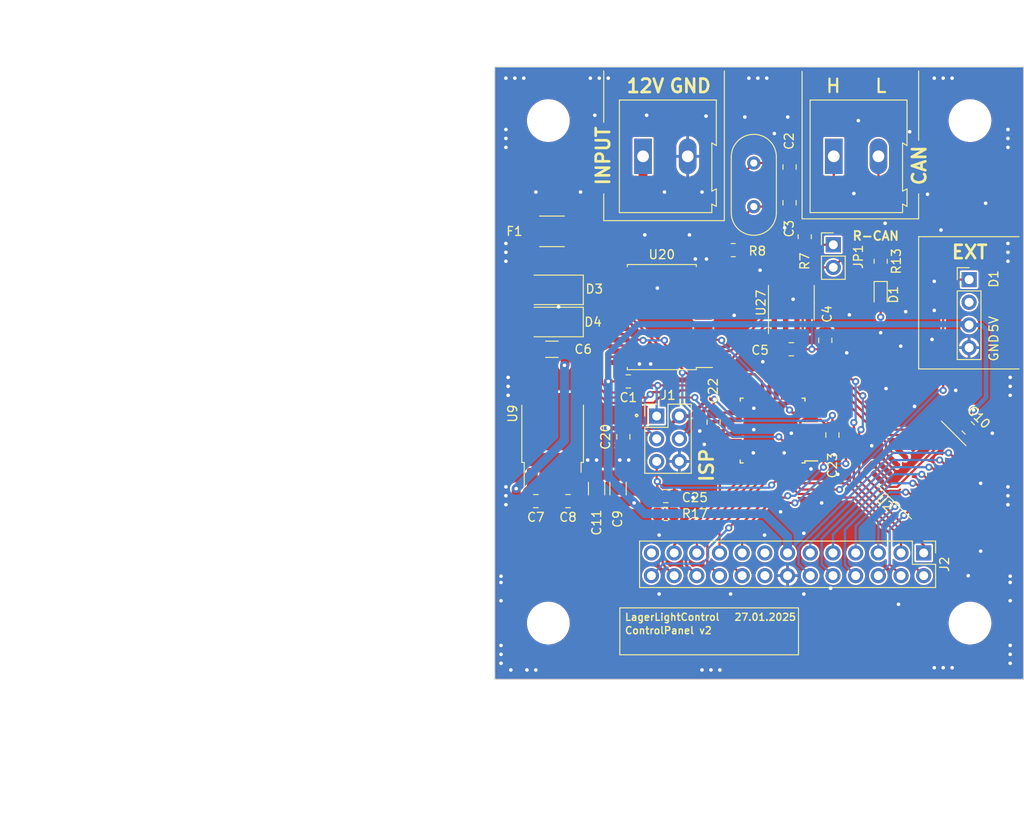
<source format=kicad_pcb>
(kicad_pcb (version 20221018) (generator pcbnew)
  (layers (0 "F.Cu" signal) (31 "B.Cu" signal) (34 "B.Paste" user) (35 "F.Paste" user) (36 "B.SilkS" user "B.Silkscreen") (37 "F.SilkS" user "F.Silkscreen") (38 "B.Mask" user) (39 "F.Mask" user) (44 "Edge.Cuts" user))
  (net 0 "")
  (net 1 "GND")
  (net 2 "/RESET")
  (net 3 "+5V")
  (net 4 "+12P")
  (net 5 "Net-(D1-K)")
  (net 6 "Net-(JP1-A)")
  (net 7 "/PB0")
  (net 8 "/PB1")
  (net 9 "/UART_RX")
  (net 10 "/UART_TX")
  (net 11 "/PD2")
  (net 12 "/CANL")
  (net 13 "/PD0")
  (net 14 "Net-(J2-Pin_5)")
  (net 15 "Net-(J2-Pin_6)")
  (net 16 "Net-(J2-Pin_7)")
  (net 17 "Net-(J2-Pin_8)")
  (net 18 "Net-(J2-Pin_9)")
  (net 19 "/INT")
  (net 20 "Net-(J2-Pin_10)")
  (net 21 "Net-(J2-Pin_11)")
  (net 22 "Net-(J2-Pin_12)")
  (net 24 "/CS")
  (net 25 "/MOSI")
  (net 26 "/MISO")
  (net 27 "/SCK")
  (net 29 "/PB7")
  (net 30 "/PD4")
  (net 31 "/PC5")
  (net 32 "/PC4")
  (net 33 "/PC3")
  (net 34 "/CANH")
  (net 35 "/CAN_TX")
  (net 36 "/CAN_RX")
  (net 37 "/PC2")
  (net 38 "/PC1")
  (net 39 "/PC0")
  (net 41 "/OSC2")
  (net 42 "/OSC1")
  (net 46 "Net-(C2-Pad2)")
  (net 48 "/PD7")
  (net 55 "/PD6")
  (net 56 "/PD5")
  (net 57 "/CLK")
  (net 58 "Net-(D3-A)")
  (net 59 "Net-(U1-Pin_1)")
  (footprint "Capacitor_SMD:C_0805_2012Metric" (layer "F.Cu") (at 150 106.6 180)
    (fp_text reference "C8")
    (fp_text value "0.1u")
  )
  (footprint "MountingHole:MountingHole_4.3mm_M4" (layer "F.Cu") (at 147.8 64)
    (fp_text reference "H2" hide)
    (fp_text value "MountingHole")
  )
  (footprint "Package_SO:SOIC-18W_7.5x11.6mm_P1.27mm" (layer "F.Cu") (at 160.5 86 180)
    (fp_text reference "U20")
    (fp_text value "MCP2515-xSO")
  )
  (footprint "Capacitor_SMD:C_0805_2012Metric" (layer "F.Cu") (at 174.8 69.2 -90)
    (fp_text reference "C2")
    (fp_text value "20p")
  )
  (footprint "Capacitor_SMD:C_0805_2012Metric" (layer "F.Cu") (at 179.6 99.2 -90)
    (fp_text reference "C23")
    (fp_text value "0.1u")
  )
  (footprint "Resistor_SMD:R_0805_2012Metric" (layer "F.Cu") (at 160.95 108.0375)
    (fp_text reference "R17")
    (fp_text value "10k")
  )
  (footprint "Capacitor_SMD:C_0805_2012Metric" (layer "F.Cu") (at 146.4 106.6)
    (fp_text reference "C7")
    (fp_text value "0.1u")
  )
  (footprint "Capacitor_SMD:C_1206_3216Metric" (layer "F.Cu") (at 148.2 89.6)
    (fp_text reference "C6")
    (fp_text value "22u")
  )
  (footprint "Diode_SMD:D_SMA" (layer "F.Cu") (at 148.2 86.55 180)
    (fp_text reference "D4")
    (fp_text value "D_TVS")
  )
  (footprint "Connector_PinHeader_2.54mm:PinHeader_2x03_P2.54mm_Vertical" (layer "F.Cu") (at 159.925 97.075)
    (fp_text reference "J1")
    (fp_text value "Conn_02x03_Odd_Even")
  )
  (footprint "Fuse:Fuse_1812_4532Metric" (layer "F.Cu") (at 148.2 76.4 180)
    (fp_text reference "F1")
    (fp_text value "Fuse")
  )
  (footprint "Package_TO_SOT_SMD:TO-252-2" (layer "F.Cu") (at 148.28 98.96 90)
    (fp_text reference "U9")
    (fp_text value "L78M05ABDT")
  )
  (footprint "Connector_PinHeader_2.54mm:PinHeader_1x04_P2.54mm_Vertical" (layer "F.Cu") (at 194.9 81.8)
    (fp_text reference "J8" hide)
    (fp_text value "Conn_01x04")
  )
  (footprint "Capacitor_SMD:C_0805_2012Metric" (layer "F.Cu") (at 156.75 93.2)
    (fp_text reference "C1")
    (fp_text value "0.1u")
  )
  (footprint "LED_SMD:LED_0603_1608Metric" (layer "F.Cu") (at 185 83.5 -90)
    (fp_text reference "D1")
    (fp_text value "LED")
  )
  (footprint "Capacitor_SMD:C_1206_3216Metric" (layer "F.Cu") (at 153.2 105.2 -90)
    (fp_text reference "C11")
    (fp_text value "47u")
  )
  (footprint "Diode_SMD:D_SMA" (layer "F.Cu") (at 148.2 82.95 180)
    (fp_text reference "D3")
    (fp_text value "738-5052")
  )
  (footprint "TerminalBlock:TerminalBlock_Altech_AK300-2_P5.00mm" (layer "F.Cu") (at 179.75 68)
    (fp_text reference "U19" hide)
    (fp_text value "Screw_Terminal_01x02")
  )
  (footprint "Capacitor_SMD:C_0805_2012Metric" (layer "F.Cu") (at 160.95 106.0375)
    (fp_text reference "C25")
    (fp_text value "1u")
  )
  (footprint "Connector_PinHeader_2.54mm:PinHeader_2x13_P2.54mm_Vertical" (layer "F.Cu") (at 189.82 112.4 -90)
    (fp_text reference "J2")
    (fp_text value "Conn_02x03_Odd_Even")
  )
  (footprint "Resistor_SMD:R_0805_2012Metric" (layer "F.Cu") (at 176.5 77 -90)
    (fp_text reference "R7")
    (fp_text value "120")
  )
  (footprint "Capacitor_SMD:C_0805_2012Metric" (layer "F.Cu") (at 166.3 97.75 -90)
    (fp_text reference "C22")
    (fp_text value "0.1u")
  )
  (footprint "Capacitor_SMD:C_0805_2012Metric" (layer "F.Cu") (at 175 89.6 180)
    (fp_text reference "C5")
    (fp_text value "0.1u")
  )
  (footprint "MountingHole:MountingHole_4.3mm_M4" (layer "F.Cu") (at 195 64)
    (fp_text reference "H4" hide)
    (fp_text value "MountingHole")
  )
  (footprint "Package_SO:SO-16_3.9x9.9mm_P1.27mm" (layer "F.Cu") (at 189.6 102.6 135)
    (fp_text reference "U2")
    (fp_text value "74HC595")
  )
  (footprint "Package_QFP:TQFP-32_7x7mm_P0.8mm" (layer "F.Cu") (at 172.9 98.7 180)
    (fp_text reference "U15" hide)
    (fp_text value "ATmega88PA-A")
  )
  (footprint "Resistor_SMD:R_0805_2012Metric" (layer "F.Cu") (at 185 79.75 90)
    (fp_text reference "R13")
    (fp_text value "470")
  )
  (footprint "Capacitor_SMD:C_1206_3216Metric" (layer "F.Cu") (at 155.6 105.2 -90)
    (fp_text reference "C9")
    (fp_text value "47u")
  )
  (footprint "Capacitor_SMD:C_0805_2012Metric" (layer "F.Cu") (at 178.8 88.6 -90)
    (fp_text reference "C4")
    (fp_text value "10u")
  )
  (footprint "Capacitor_SMD:C_0805_2012Metric" (layer "F.Cu") (at 156.2 99.4 90)
    (fp_text reference "C20")
    (fp_text value "10u")
  )
  (footprint "Crystal:Crystal_HC49-U_Vertical" (layer "F.Cu") (at 170.8 68.75 -90)
    (fp_text reference "U25" hide)
    (fp_text value "8MHz")
  )
  (footprint "Package_SO:SOIC-8_3.9x4.9mm_P1.27mm" (layer "F.Cu") (at 175 84.4 90)
    (fp_text reference "U27")
    (fp_text value "TJA1051T")
  )
  (footprint "Connector_PinHeader_2.54mm:PinHeader_1x02_P2.54mm_Vertical" (layer "F.Cu") (at 179.7 77.9)
    (fp_text reference "JP1")
    (fp_text value "Jumper_2_Open")
  )
  (footprint "Resistor_SMD:R_0805_2012Metric" (layer "F.Cu") (at 168.5 78.5)
    (fp_text reference "R8")
    (fp_text value "1M")
  )
  (footprint "MountingHole:MountingHole_4.3mm_M4" (layer "F.Cu") (at 195 120.25)
    (fp_text reference "H1" hide)
    (fp_text value "MountingHole")
  )
  (footprint "Capacitor_SMD:C_0805_2012Metric" (layer "F.Cu") (at 194.8 98.4 -45)
    (fp_text reference "C10")
    (fp_text value "0.1u")
  )
  (footprint "Capacitor_SMD:C_0805_2012Metric" (layer "F.Cu") (at 174.8 73.2 90)
    (fp_text reference "C3")
    (fp_text value "20p")
  )
  (footprint "TerminalBlock:TerminalBlock_Altech_AK300-2_P5.00mm" (layer "F.Cu") (at 158.4 68)
    (fp_text reference "U1" hide)
    (fp_text value "Screw_Terminal_01x02")
  )
  (footprint "MountingHole:MountingHole_4.3mm_M4" (layer "F.Cu") (at 147.8 120.25)
    (fp_text reference "H3" hide)
    (fp_text value "MountingHole")
  )
  (gr_line (start 154 72.2) (end 154 75.2) (stroke (width 0.12)) (layer "F.SilkS"))
  (gr_line (start 189.25 77) (end 189.25 91.8) (stroke (width 0.12)) (layer "F.SilkS"))
  (gr_line (start 175.8 123.8) (end 155.8 123.8) (stroke (width 0.12)) (layer "F.SilkS"))
  (gr_line (start 189.25 75) (end 189.25 72.2) (stroke (width 0.12)) (layer "F.SilkS"))
  (gr_line (start 154 64.2) (end 154 58.45) (stroke (width 0.12)) (layer "F.SilkS"))
  (gr_line (start 175.8 118.55) (end 175.8 123.8) (stroke (width 0.12)) (layer "F.SilkS"))
  (gr_line (start 189.25 66.2) (end 189.25 58.45) (stroke (width 0.12)) (layer "F.SilkS"))
  (gr_line (start 176.2 75) (end 189.25 75) (stroke (width 0.12)) (layer "F.SilkS"))
  (gr_line (start 176.2 58.5) (end 176.2 75) (stroke (width 0.12)) (layer "F.SilkS"))
  (gr_line (start 155.8 118.55) (end 175.8 118.55) (stroke (width 0.12)) (layer "F.SilkS"))
  (gr_line (start 155.8 123.8) (end 155.8 118.55) (stroke (width 0.12)) (layer "F.SilkS"))
  (gr_line (start 189.25 91.8) (end 200.5 91.8) (stroke (width 0.12)) (layer "F.SilkS"))
  (gr_line (start 189.25 77) (end 200.5 77) (stroke (width 0.12)) (layer "F.SilkS"))
  (gr_line (start 167.5 75.2) (end 154 75.2) (stroke (width 0.12)) (layer "F.SilkS"))
  (gr_line (start 167.5 58.45) (end 167.5 75.2) (stroke (width 0.12)) (layer "F.SilkS"))
  (gr_line (start 201 58) (end 201 126.55) (stroke (width 0.1)) (layer "Edge.Cuts"))
  (gr_line (start 141.8 58) (end 201 58) (stroke (width 0.1)) (layer "Edge.Cuts"))
  (gr_line (start 141.8 126.55) (end 141.8 58) (stroke (width 0.1)) (layer "Edge.Cuts"))
  (gr_line (start 201 126.55) (end 141.8 126.55) (stroke (width 0.1)) (layer "Edge.Cuts"))
  (gr_text "5V" (at 198.25 87.8 90) (layer "F.SilkS") (effects (font (size 1 1)) (justify left bottom)))
  (gr_text "GND" (at 198.25 91.05 90) (layer "F.SilkS") (effects (font (size 1 1)) (justify left bottom)))
  (gr_text "EXT" (at 192.8 79.6) (layer "F.SilkS") (effects (font (size 1.5 1.5) (thickness 0.3) bold) (justify left bottom)))
  (gr_text "R-CAN" (at 181.75 77.5) (layer "F.SilkS") (effects (font (size 1 1) (thickness 0.2) bold) (justify left bottom)))
  (gr_text "LagerLightControl" (at 156.3 120.05) (layer "F.SilkS") (effects (font (size 0.8 0.8)) (justify left bottom)))
  (gr_text "H" (at 178.75 61) (layer "F.SilkS") (effects (font (size 1.5 1.5) (thickness 0.25) bold) (justify left bottom)))
  (gr_text "CAN" (at 190.2 71.4 90) (layer "F.SilkS") (effects (font (size 1.5 1.5) (thickness 0.3) bold) (justify left bottom)))
  (gr_text "L" (at 184.25 61) (layer "F.SilkS") (effects (font (size 1.5 1.5) (thickness 0.25) bold) (justify left bottom)))
  (gr_text "12V" (at 156.4 61) (layer "F.SilkS") (effects (font (size 1.5 1.5) (thickness 0.3) bold) (justify left bottom)))
  (gr_text "GND" (at 161.2 61) (layer "F.SilkS") (effects (font (size 1.5 1.5) (thickness 0.3) bold) (justify left bottom)))
  (gr_text "ControlPanel v2" (at 156.3 121.55) (layer "F.SilkS") (effects (font (size 0.8 0.8)) (justify left bottom)))
  (gr_text "27.01.2025" (at 168.55 120.05) (layer "F.SilkS") (effects (font (size 0.8 0.8)) (justify left bottom)))
  (gr_text "°" (at 157.2 98) (layer "F.SilkS") (effects (font (size 1 1)) (justify left bottom)))
  (gr_text "D1" (at 198.25 82.8 90) (layer "F.SilkS") (effects (font (size 1 1)) (justify left bottom)))
  (gr_text "INPUT" (at 154.8 71.4 90) (layer "F.SilkS") (effects (font (size 1.5 1.5) (thickness 0.3) bold) (justify left bottom)))
  (gr_text "ISP" (at 166.4 104.6 90) (layer "F.SilkS") (effects (font (size 1.5 1.5) (thickness 0.3) bold) (justify left bottom)))
  (segment (start 174.365 89.285) (end 174.05 89.6) (width 0.25) (layer "F.Cu") (net 1))
  (segment (start 174.365 86.875) (end 174.365 89.285) (width 0.25) (layer "F.Cu") (net 1))
  (segment (start 178.415747 98.615747) (end 178.415747 99.534253) (width 0.25) (layer "F.Cu") (net 1))
  (segment (start 177.15 98.3) (end 178.1 98.3) (width 0.25) (layer "F.Cu") (net 1))
  (segment (start 178.415747 99.534253) (end 178.05 99.9) (width 0.25) (layer "F.Cu") (net 1))
  (segment (start 146.2 86.55) (end 147 86.55) (width 0.7) (layer "F.Cu") (net 1))
  (segment (start 178.05 99.9) (end 177.15 99.9) (width 0.25) (layer "F.Cu") (net 1))
  (segment (start 178.1 98.3) (end 178.415747 98.615747) (width 0.25) (layer "F.Cu") (net 1))
  (via (at 196.2 104.6) (size 0.8) (drill 0.4) (layers "F.Cu" "B.Cu") (net 1))
  (via (at 143.05 107) (size 0.8) (drill 0.4) (layers "F.Cu" "B.Cu") (net 1))
  (via (at 143.05 105) (size 0.8) (drill 0.4) (layers "F.Cu" "B.Cu") (net 1))
  (via (at 164.25 79.5) (size 0.8) (drill 0.4) (layers "F.Cu" "B.Cu") (net 1))
  (via (at 144.05 59.25) (size 0.8) (drill 0.4) (layers "F.Cu" "B.Cu") (net 1))
  (via (at 199.25 78.75) (size 0.8) (drill 0.4) (layers "F.Cu" "B.Cu") (net 1))
  (via (at 142.5 115.7) (size 0.8) (drill 0.4) (layers "F.Cu" "B.Cu") (net 1))
  (via (at 146.4 125.5) (size 0.8) (drill 0.4) (layers "F.Cu" "B.Cu") (net 1))
  (via (at 170.8 96.2) (size 0.8) (drill 0.4) (layers "F.Cu" "B.Cu") (net 1))
  (via (at 167 125.5) (size 0.8) (drill 0.4) (layers "F.Cu" "B.Cu") (net 1))
  (via (at 199.25 79.75) (size 0.8) (drill 0.4) (layers "F.Cu" "B.Cu") (net 1))
  (via (at 182 72.164319) (size 0.8) (drill 0.4) (layers "F.Cu" "B.Cu") (net 1))
  (via (at 171.5 80.75) (size 0.8) (drill 0.4) (layers "F.Cu" "B.Cu") (net 1))
  (via (at 185 87.75) (size 0.8) (drill 0.4) (layers "F.Cu" "B.Cu") (net 1))
  (via (at 170.8 98.6) (size 0.8) (drill 0.4) (layers "F.Cu" "B.Cu") (net 1))
  (via (at 199.5 92.75) (size 0.8) (drill 0.4) (layers "F.Cu" "B.Cu") (net 1))
  (via (at 142.5 117.75) (size 0.8) (drill 0.4) (layers "F.Cu" "B.Cu") (net 1))
  (via (at 158 91.25) (size 0.8) (drill 0.4) (layers "F.Cu" "B.Cu") (net 1))
  (via (at 165 125.5) (size 0.8) (drill 0.4) (layers "F.Cu" "B.Cu") (net 1))
  (via (at 191.75 76.25) (size 0.8) (drill 0.4) (layers "F.Cu" "B.Cu") (net 1))
  (via (at 153.5 59.25) (size 0.8) (drill 0.4) (layers "F.Cu" "B.Cu") (net 1))
  (via (at 181.2 90) (size 0.8) (drill 0.4) (layers "F.Cu" "B.Cu") (net 1))
  (via (at 143.05 77.75) (size 0.8) (drill 0.4) (layers "F.Cu" "B.Cu") (net 1))
  (via (at 156.8 102) (size 0.8) (drill 0.4) (layers "F.Cu" "B.Cu") (net 1))
  (via (at 199.25 106) (size 0.8) (drill 0.4) (layers "F.Cu" "B.Cu") (net 1))
  (via (at 199.5 122.75) (size 0.8) (drill 0.4) (layers "F.Cu" "B.Cu") (net 1))
  (via (at 143.05 67) (size 0.8) (drill 0.4) (layers "F.Cu" "B.Cu") (net 1))
  (via (at 143.05 79.75) (size 0.8) (drill 0.4) (layers "F.Cu" "B.Cu") (net 1))
  (via (at 174.25 76) (size 0.8) (drill 0.4) (layers "F.Cu" "B.Cu") (net 1))
  (via (at 199.25 105) (size 0.8) (drill 0.4) (layers "F.Cu" "B.Cu") (net 1))
  (via (at 143.05 106) (size 0.8) (drill 0.4) (layers "F.Cu" "B.Cu") (net 1))
  (via (at 143.3 93.75) (size 0.8) (drill 0.4) (layers "F.Cu" "B.Cu") (net 1))
  (via (at 181.5 85.75) (size 0.8) (drill 0.4) (layers "F.Cu" "B.Cu") (net 1))
  (via (at 199.25 107) (size 0.8) (drill 0.4) (layers "F.Cu" "B.Cu") (net 1))
  (via (at 176.4 117) (size 0.8) (drill 0.4) (layers "F.Cu" "B.Cu") (net 1))
  (via (at 155.8 102) (size 0.8) (drill 0.4) (layers "F.Cu" "B.Cu") (net 1))
  (via (at 187 118.15) (size 0.8) (drill 0.4) (layers "F.Cu" "B.Cu") (net 1))
  (via (at 178.4 106.8) (size 0.8) (drill 0.4) (layers "F.Cu" "B.Cu") (net 1))
  (via (at 174.6 63.6) (size 0.8) (drill 0.4) (layers "F.Cu" "B.Cu") (net 1))
  (via (at 158.8 63.4) (size 0.8) (drill 0.4) (layers "F.Cu" "B.Cu") (net 1))
  (via (at 199.5 123.75) (size 0.8) (drill 0.4) (layers "F.Cu" "B.Cu") (net 1))
  (via (at 165.5 79.5) (size 0.8) (drill 0.4) (layers "F.Cu" "B.Cu") (net 1))
  (via (at 188.789319 95.989319) (size 0.8) (drill 0.4) (layers "F.Cu" "B.Cu") (net 1))
  (via (at 143.05 59.25) (size 0.8) (drill 0.4) (layers "F.Cu" "B.Cu") (net 1))
  (via (at 153.2 102) (size 0.8) (drill 0.4) (layers "F.Cu" "B.Cu") (net 1))
  (via (at 164 106.2) (size 0.8) (drill 0.4) (layers "F.Cu" "B.Cu") (net 1))
  (via (at 179.4 116.35) (size 0.8) (drill 0.4) (layers "F.Cu" "B.Cu") (net 1))
  (via (at 143.6 125.5) (size 0.8) (drill 0.4) (layers "F.Cu" "B.Cu") (net 1))
  (via (at 199.25 66) (size 0.8) (drill 0.4) (layers "F.Cu" "B.Cu") (net 1))
  (via (at 153 63.4) (size 0.8) (drill 0.4) (layers "F.Cu" "B.Cu") (net 1))
  (via (at 143.3 94.75) (size 0.8) (drill 0.4) (layers "F.Cu" "B.Cu") (net 1))
  (via (at 199.25 77.75) (size 0.8) (drill 0.4) (layers "F.Cu" "B.Cu") (net 1))
  (via (at 199.25 67) (size 0.8) (drill 0.4) (layers "F.Cu" "B.Cu") (net 1))
  (via (at 145.05 59.25) (size 0.8) (drill 0.4) (layers "F.Cu" "B.Cu") (net 1))
  (via (at 191 125.25) (size 0.8) (drill 0.4) (layers "F.Cu" "B.Cu") (net 1))
  (via (at 185.5 75.5) (size 0.8) (drill 0.4) (layers "F.Cu" "B.Cu") (net 1))
  (via (at 143.3 92.75) (size 0.8) (drill 0.4) (layers "F.Cu" "B.Cu") (net 1))
  (via (at 174.2 101.2) (size 0.8) (drill 0.4) (layers "F.Cu" "B.Cu") (net 1))
  (via (at 143.05 65) (size 0.8) (drill 0.4) (layers "F.Cu" "B.Cu") (net 1))
  (via (at 163.6 76.8) (size 0.8) (drill 0.4) (layers "F.Cu" "B.Cu") (net 1))
  (via (at 152.5 59.25) (size 0.8) (drill 0.4) (layers "F.Cu" "B.Cu") (net 1))
  (via (at 194.8 114.95) (size 0.8) (drill 0.4) (layers "F.Cu" "B.Cu") (net 1))
  (via (at 152.2 102) (size 0.8) (drill 0.4) (layers "F.Cu" "B.Cu") (net 1))
  (via (at 171.8 91) (size 0.8) (drill 0.4) (layers "F.Cu" "B.Cu") (net 1))
  (via (at 159.25 91.25) (size 0.8) (drill 0.4) (layers "F.Cu" "B.Cu") (net 1))
  (via (at 184 100.4) (size 0.8) (drill 0.4) (layers "F.Cu" "B.Cu") (net 1))
  (via (at 197.5 99) (size 0.8) (drill 0.4) (layers "F.Cu" "B.Cu") (net 1))
  (via (at 191 85.25) (size 0.8) (drill 0.4) (layers "F.Cu" "B.Cu") (net 1))
  (via (at 145.4 125.5) (size 0.8) (drill 0.4) (layers "F.Cu" "B.Cu") (net 1))
  (via (at 176.4 110.2) (size 0.8) (drill 0.4) (layers "F.Cu" "B.Cu") (net 1))
  (via (at 142.5 115) (size 0.8) (drill 0.4) (layers "F.Cu" "B.Cu") (net 1))
  (via (at 199.5 115) (size 0.8) (drill 0.4) (layers "F.Cu" "B.Cu") (net 1))
  (via (at 154.5 59.25) (size 0.8) (drill 0.4) (layers "F.Cu" "B.Cu") (net 1))
  (via (at 192 59.25) (size 0.8) (drill 0.4) (layers "F.Cu" "B.Cu") (net 1))
  (via (at 193.4 94.2) (size 0.8) (drill 0.4) (layers "F.Cu" "B.Cu") (net 1))
  (via (at 166 125.5) (size 0.8) (drill 0.4) (layers "F.Cu" "B.Cu") (net 1))
  (via (at 173.1 65.45) (size 0.8) (drill 0.4) (layers "F.Cu" "B.Cu") (net 1))
  (via (at 196.75 73.25) (size 0.8) (drill 0.4) (layers "F.Cu" "B.Cu") (net 1))
  (via (at 165.25 100.25) (size 0.8) (drill 0.4) (layers "F.Cu" "B.Cu") (net 1))
  (via (at 185.6 94) (size 0.8) (drill 0.4) (layers "F.Cu" "B.Cu") (net 1))
  (via (at 199.5 94.75) (size 0.8) (drill 0.4) (layers "F.Cu" "B.Cu") (net 1))
  (via (at 143.05 78.75) (size 0.8) (drill 0.4) (layers "F.Cu" "B.Cu") (net 1))
  (via (at 142.5 124.75) (size 0.8) (drill 0.4) (layers "F.Cu" "B.Cu") (net 1))
  (via (at 187.25 89.25) (size 0.8) (drill 0.4) (layers "F.Cu" "B.Cu") (net 1))
  (via (at 168.2 117) (size 0.8) (drill 0.4) (layers "F.Cu" "B.Cu") (net 1))
  (via (at 175 99) (size 0.8) (drill 0.4) (layers "F.Cu" "B.Cu") (net 1))
  (via (at 160.8 72) (size 0.8) (drill 0.4) (layers "F.Cu" "B.Cu") (net 1))
  (via (at 190.75 88.5) (size 0.8) (drill 0.4) (layers "F.Cu" "B.Cu") (net 1))
  (via (at 170.25 59.25) (size 0.8) (drill 0.4) (layers "F.Cu" "B.Cu") (net 1))
  (via (at 169.8 63.6) (size 0.8) (drill 0.4) (layers "F.Cu" "B.Cu") (net 1))
  (via (at 175.2 84) (size 0.8) (drill 0.4) (layers "F.Cu" "B.Cu") (net 1))
  (via (at 160.2 117) (size 0.8) (drill 0.4) (layers "F.Cu" "B.Cu") (net 1))
  (via (at 168.6 85.8) (size 0.8) (drill 0.4) (layers "F.Cu" "B.Cu") (net 1))
  (via (at 199.5 124.75) (size 0.8) (drill 0.4) (layers "F.Cu" "B.Cu") (net 1))
  (via (at 199.5 117.75) (size 0.8) (drill 0.4) (layers "F.Cu" "B.Cu") (net 1))
  (via (at 190.25 72.25) (size 0.8) (drill 0.4) (layers "F.Cu" "B.Cu") (net 1))
  (via (at 179.8 101.4) (size 0.8) (drill 0.4) (layers "F.Cu" "B.Cu") (net 1))
  (via (at 164.75 98.75) (size 0.8) (drill 0.4) (layers "F.Cu" "B.Cu") (net 1))
  (via (at 151.4 72) (size 0.8) (drill 0.4) (layers "F.Cu" "B.Cu") (net 1))
  (via (at 160.2 110.4) (size 0.8) (drill 0.4) (layers "F.Cu" "B.Cu") (net 1))
  (via (at 143.05 66) (size 0.8) (drill 0.4) (layers "F.Cu" "B.Cu") (net 1))
  (via (at 170.75 101.2) (size 0.8) (drill 0.4) (layers "F.Cu" "B.Cu") (net 1))
  (via (at 199.5 93.75) (size 0.8) (drill 0.4) (layers "F.Cu" "B.Cu") (net 1))
  (via (at 165.45 63.5) (size 0.8) (drill 0.4) (layers "F.Cu" "B.Cu") (net 1))
  (via (at 193 59.25) (size 0.8) (drill 0.4) (layers "F.Cu" "B.Cu") (net 1))
  (via (at 199.5 115.7) (size 0.8) (drill 0.4) (layers "F.Cu" "B.Cu") (net 1))
  (via (at 146.4 72) (size 0.8) (drill 0.4) (layers "F.Cu" "B.Cu") (net 1))
  (via (at 172.25 59.25) (size 0.8) (drill 0.4) (layers "F.Cu" "B.Cu") (net 1))
  (via (at 173.8 107.8) (size 0.8) (drill 0.4) (layers "F.Cu" "B.Cu") (net 1))
  (via (at 180.2 103.6) (size 0.8) (drill 0.4) (layers "F.Cu" "B.Cu") (net 1))
  (via (at 165 72) (size 0.8) (drill 0.4) (layers "F.Cu" "B.Cu") (net 1))
  (via (at 158.6 76.8) (size 0.8) (drill 0.4) (layers "F.Cu" "B.Cu") (net 1))
  (via (at 192 125.25) (size 0.8) (drill 0.4) (layers "F.Cu" "B.Cu") (net 1))
  (via (at 196.2 112.2) (size 0.8) (drill 0.4) (layers "F.Cu" "B.Cu") (net 1))
  (via (at 160 82.75) (size 0.8) (drill 0.4) (layers "F.Cu" "B.Cu") (net 1))
  (via (at 148.95 84.85) (size 0.8) (drill 0.4) (layers "F.Cu" "B.Cu") (net 1))
  (via (at 187.8 85.4) (size 0.8) (drill 0.4) (layers "F.Cu" "B.Cu") (net 1))
  (via (at 142.5 123.75) (size 0.8) (drill 0.4) (layers "F.Cu" "B.Cu") (net 1))
  (via (at 188.25 65.25) (size 0.8) (drill 0.4) (layers "F.Cu" "B.Cu") (net 1))
  (via (at 171.25 59.25) (size 0.8) (drill 0.4) (layers "F.Cu" "B.Cu") (net 1))
  (via (at 191 59.25) (size 0.8) (drill 0.4) (layers "F.Cu" "B.Cu") (net 1))
  (via (at 199.25 65) (size 0.8) (drill 0.4) (layers "F.Cu" "B.Cu") (net 1))
  (via (at 191 82) (size 0.8) (drill 0.4) (layers "F.Cu" "B.Cu") (net 1))
  (via (at 193 125.25) (size 0.8) (drill 0.4) (layers "F.Cu" "B.Cu") (net 1))
  (via (at 177.2 103) (size 0.8) (drill 0.4) (layers "F.Cu" "B.Cu") (net 1))
  (via (at 172 110.4) (size 0.8) (drill 0.4) (layers "F.Cu" "B.Cu") (net 1))
  (via (at 182.5 64) (size 0.8) (drill 0.4) (layers "F.Cu" "B.Cu") (net 1))
  (via (at 142.5 122.75) (size 0.8) (drill 0.4) (layers "F.Cu" "B.Cu") (net 1))
  (segment (start 161.8625 107.9) (end 161.8625 108.0375) (width 0.25) (layer "F.Cu") (net 2))
  (segment (start 159.925 102.155) (end 159.925 104.325) (width 0.25) (layer "F.Cu") (net 2))
  (segment (start 173.3 104.3) (end 172.8 104.8) (width 0.25) (layer "F.Cu") (net 2))
  (segment (start 160 106.0375) (end 161.8625 107.9) (width 0.25) (layer "F.Cu") (net 2))
  (segment (start 159.925 104.325) (end 160 104.4) (width 0.25) (layer "F.Cu") (net 2))
  (segment (start 173.3 102.95) (end 173.3 104.3) (width 0.25) (layer "F.Cu") (net 2))
  (segment (start 160 104.4) (end 160 106.0375) (width 0.25) (layer "F.Cu") (net 2))
  (via (at 160 104.4) (size 0.8) (drill 0.4) (layers "F.Cu" "B.Cu") (net 2))
  (via (at 172.8 104.8) (size 0.8) (drill 0.4) (layers "F.Cu" "B.Cu") (net 2))
  (segment (start 160 104.4) (end 160.7 105.1) (width 0.25) (layer "B.Cu") (net 2))
  (segment (start 172.5 105.1) (end 172.8 104.8) (width 0.25) (layer "B.Cu") (net 2))
  (segment (start 160.7 105.1) (end 172.5 105.1) (width 0.25) (layer "B.Cu") (net 2))
  (segment (start 179.6 98.25) (end 179.05 98.25) (width 0.25) (layer "F.Cu") (net 3))
  (segment (start 154.55 98.45) (end 154.5 98.4) (width 0.5) (layer "F.Cu") (net 3))
  (segment (start 154.68 91.08) (end 155.85 91.08) (width 0.25) (layer "F.Cu") (net 3))
  (segment (start 175.635 86.875) (end 175.635 89.285) (width 0.25) (layer "F.Cu") (net 3))
  (segment (start 179.05 98.25) (end 178.3 97.5) (width 0.25) (layer "F.Cu") (net 3))
  (segment (start 191.628249 100.138121) (end 191.628249 100.228249) (width 0.25) (layer "F.Cu") (net 3))
  (segment (start 153.2 106.675) (end 155.6 106.675) (width 1) (layer "F.Cu") (net 3))
  (segment (start 156.2 98.45) (end 156.212 98.438) (width 0.4) (layer "F.Cu") (net 3))
  (segment (start 190.024264 98.534136) (end 191.628249 100.138121) (width 0.25) (layer "F.Cu") (net 3))
  (segment (start 185.71382 105) (end 186.856498 105) (width 0.25) (layer "F.Cu") (net 3))
  (segment (start 176 98.8) (end 176.3 99.1) (width 0.25) (layer "F.Cu") (net 3))
  (segment (start 166.3 95.3) (end 166.4 95.2) (width 0.25) (layer "F.Cu") (net 3))
  (segment (start 150.95 106.6) (end 152 106.6) (width 1) (layer "F.Cu") (net 3))
  (segment (start 178.75 89.6) (end 178.8 89.55) (width 0.25) (layer "F.Cu") (net 3))
  (segment (start 166.3 96.8) (end 166.4 96.7) (width 0.25) (layer "F.Cu") (net 3))
  (segment (start 154.4 90) (end 154.4 90.8) (width 0.25) (layer "F.Cu") (net 3))
  (segment (start 194.128249 97.728249) (end 195.4 96.456498) (width 0.25) (layer "F.Cu") (net 3))
  (segment (start 155.85 93.15) (end 155.8 93.2) (width 0.25) (layer "F.Cu") (net 3))
  (segment (start 157.275 106.675) (end 157.4 106.8) (width 1) (layer "F.Cu") (net 3))
  (segment (start 177.3 89.6) (end 178.75 89.6) (width 0.25) (layer "F.Cu") (net 3))
  (segment (start 178.3 97.5) (end 177.15 97.5) (width 0.25) (layer "F.Cu") (net 3))
  (segment (start 154.59 89.81) (end 154.4 90) (width 0.25) (layer "F.Cu") (net 3))
  (segment (start 156.212 98.438) (end 161.102 98.438) (width 0.4) (layer "F.Cu") (net 3))
  (segment (start 158.6375 108.0375) (end 157.4 106.8) (width 0.25) (layer "F.Cu") (net 3))
  (segment (start 154.4 90.8) (end 154.68 91.08) (width 0.25) (layer "F.Cu") (net 3))
  (segment (start 177.15 97.5) (end 176.3 97.5) (width 0.25) (layer "F.Cu") (net 3))
  (segment (start 184.63611 103.92229) (end 185.71382 105) (width 0.25) (layer "F.Cu") (net 3))
  (segment (start 185 84.375) (end 185 86) (width 0.25) (layer "F.Cu") (net 3))
  (segment (start 186.856498 105) (end 191.628249 100.228249) (width 0.25) (layer "F.Cu") (net 3))
  (segment (start 150.56 104) (end 150.56 105.21) (width 1) (layer "F.Cu") (net 3))
  (segment (start 176 97.8) (end 176 98.8) (width 0.25) (layer "F.Cu") (net 3))
  (segment (start 165.6 95.2) (end 166.4 95.2) (width 0.4) (layer "F.Cu") (net 3))
  (segment (start 166.3 96.8) (end 166.3 95.3) (width 0.25) (layer "F.Cu") (net 3))
  (segment (start 195.4 96.456498) (end 195.4 96.4) (width 0.25) (layer "F.Cu") (net 3))
  (segment (start 162.465 97.075) (end 163.725 97.075) (width 0.4) (layer "F.Cu") (net 3))
  (segment (start 152 106.6) (end 152.075 106.675) (width 1) (layer "F.Cu") (net 3))
  (segment (start 179.6 98.25) (end 179.6 97) (width 0.25) (layer "F.Cu") (net 3))
  (segment (start 150.95 105.6) (end 150.95 106.6) (width 1) (layer "F.Cu") (net 3))
  (segment (start 176.3 99.1) (end 177.15 99.1) (width 0.25) (layer "F.Cu") (net 3))
  (segment (start 175.635 89.285) (end 175.95 89.6) (width 0.25) (layer "F.Cu") (net 3))
  (segment (start 152.075 106.675) (end 153.2 106.675) (width 1) (layer "F.Cu") (net 3))
  (segment (start 155.85 91.08) (end 155.85 93.15) (width 0.25) (layer "F.Cu") (net 3))
  (segment (start 154.5 93.2) (end 155.8 93.2) (width 0.25) (layer "F.Cu") (net 3))
  (segment (start 155.85 89.81) (end 154.59 89.81) (width 0.25) (layer "F.Cu") (net 3))
  (segment (start 191.628249 100.228249) (end 194.128249 97.728249) (width 0.25) (layer "F.Cu") (net 3))
  (segment (start 155.6 106.675) (end 157.275 106.675) (width 1) (layer "F.Cu") (net 3))
  (segment (start 160.0375 108.0375) (end 158.6375 108.0375) (width 0.25) (layer "F.Cu") (net 3))
  (segment (start 177.3 89.6) (end 175.95 89.6) (width 0.25) (layer "F.Cu") (net 3))
  (segment (start 163.725 97.075) (end 165.6 95.2) (width 0.4) (layer "F.Cu") (net 3))
  (segment (start 176.3 97.5) (end 176 97.8) (width 0.25) (layer "F.Cu") (net 3))
  (segment (start 150.56 105.21) (end 150.95 105.6) (width 1) (layer "F.Cu") (net 3))
  (segment (start 161.102 98.438) (end 162.465 97.075) (width 0.4) (layer "F.Cu") (net 3))
  (segment (start 156.2 98.45) (end 154.55 98.45) (width 0.5) (layer "F.Cu") (net 3))
  (segment (start 166.4 96.7) (end 168.65 96.7) (width 0.25) (layer "F.Cu") (net 3))
  (via (at 195.4 96.4) (size 0.8) (drill 0.4) (layers "F.Cu" "B.Cu") (net 3))
  (via (at 154.5 93.2) (size 0.8) (drill 0.4) (layers "F.Cu" "B.Cu") (net 3))
  (via (at 154.5 98.4) (size 0.8) (drill 0.4) (layers "F.Cu" "B.Cu") (net 3))
  (via (at 185 86) (size 0.8) (drill 0.4) (layers "F.Cu" "B.Cu") (net 3))
  (via (at 177.3 89.6) (size 0.8) (drill 0.4) (layers "F.Cu" "B.Cu") (net 3))
  (via (at 157.4 106.8) (size 0.8) (drill 0.4) (layers "F.Cu" "B.Cu") (net 3))
  (via (at 179.6 97) (size 0.8) (drill 0.4) (layers "F.Cu" "B.Cu") (net 3))
  (via (at 166.4 95.2) (size 0.8) (drill 0.4) (layers "F.Cu" "B.Cu") (net 3))
  (segment (start 185 86) (end 185 86.8) (width 0.25) (layer "B.Cu") (net 3))
  (segment (start 166.4 95.2) (end 168.8 97.6) (width 0.25) (layer "B.Cu") (net 3))
  (segment (start 194.82 86.8) (end 194.9 86.88) (width 0.7) (layer "B.Cu") (net 3))
  (segment (start 177.3 86.9) (end 177.4 86.8) (width 0.25) (layer "B.Cu") (net 3))
  (segment (start 174.58 110.58) (end 174.58 112.4) (width 1) (layer "B.Cu") (net 3))
  (segment (start 168.8 97.6) (end 179 97.6) (width 0.25) (layer "B.Cu") (net 3))
  (segment (start 194.9 86.88) (end 196.28 86.88) (width 0.5) (layer "B.Cu") (net 3))
  (segment (start 185 86.8) (end 177.4 86.8) (width 0.7) (layer "B.Cu") (net 3))
  (segment (start 154.5 93.2) (end 154.5 98.4) (width 1) (layer "B.Cu") (net 3))
  (segment (start 157.8 86.8) (end 177.4 86.8) (width 0.7) (layer "B.Cu") (net 3))
  (segment (start 179 97.6) (end 179.6 97) (width 0.25) (layer "B.Cu") (net 3))
  (segment (start 196.28 86.88) (end 196.8 87.4) (width 0.5) (layer "B.Cu") (net 3))
  (segment (start 177.3 89.6) (end 177.3 86.9) (width 0.25) (layer "B.Cu") (net 3))
  (segment (start 158.6 108) (end 172 108) (width 1) (layer "B.Cu") (net 3))
  (segment (start 154.5 93.2) (end 154.5 90.1) (width 0.7) (layer "B.Cu") (net 3))
  (segment (start 158.6 108) (end 154.5 103.9) (width 1) (layer "B.Cu") (net 3))
  (segment (start 172 108) (end 174.58 110.58) (width 1) (layer "B.Cu") (net 3))
  (segment (start 185 86.8) (end 194.82 86.8) (width 0.7) (layer "B.Cu") (net 3))
  (segment (start 196.8 87.4) (end 196.8 95) (width 0.5) (layer "B.Cu") (net 3))
  (segment (start 154.5 103.9) (end 154.5 98.4) (width 1) (layer "B.Cu") (net 3))
  (segment (start 196.8 95) (end 195.4 96.4) (width 0.5) (layer "B.Cu") (net 3))
  (segment (start 154.5 90.1) (end 157.8 86.8) (width 0.7) (layer "B.Cu") (net 3))
  (segment (start 150.2 82.95) (end 150.227 82.977) (width 1.5) (layer "F.Cu") (net 4))
  (segment (start 146 105) (end 145.45 105.55) (width 1) (layer "F.Cu") (net 4))
  (segment (start 149.675 88.125) (end 149.675 89.6) (width 0.7) (layer "F.Cu") (net 4))
  (segment (start 150.2 86.55) (end 150.2 87.6) (width 0.7) (layer "F.Cu") (net 4))
  (segment (start 144.2 106.2) (end 144.6 106.6) (width 1) (layer "F.Cu") (net 4))
  (segment (start 149.675 89.6) (end 149.675 91.325) (width 1) (layer "F.Cu") (net 4))
  (segment (start 150.2 87.6) (end 149.675 88.125) (width 0.7) (layer "F.Cu") (net 4))
  (segment (start 145.45 105.55) (end 145.45 106.6) (width 1) (layer "F.Cu") (net 4))
  (segment (start 150.227 86.523) (end 150.2 86.55) (width 1.5) (layer "F.Cu") (net 4))
  (segment (start 146 104) (end 146 105) (width 1) (layer "F.Cu") (net 4))
  (segment (start 144.2 105.2) (end 144.2 106.2) (width 1) (layer "F.Cu") (net 4))
  (segment (start 149.675 91.325) (end 149.6 91.4) (width 1) (layer "F.Cu") (net 4))
  (segment (start 150.227 82.977) (end 150.227 86.523) (width 1.5) (layer "F.Cu") (net 4))
  (segment (start 144.6 106.6) (end 145.45 106.6) (width 1) (layer "F.Cu") (net 4))
  (via (at 144.2 105.2) (size 0.8) (drill 0.4) (layers "F.Cu" "B.Cu") (net 4))
  (via (at 149.6 91.4) (size 0.8) (drill 0.4) (layers "F.Cu" "B.Cu") (net 4))
  (segment (start 149.6 99.8) (end 144.2 105.2) (width 1) (layer "B.Cu") (net 4))
  (segment (start 149.6 91.4) (end 149.6 99.8) (width 1) (layer "B.Cu") (net 4))
  (segment (start 185 82.625) (end 185 80.6625) (width 0.25) (layer "F.Cu") (net 5))
  (segment (start 177.05625 77.9) (end 177.04375 77.9125) (width 0.25) (layer "F.Cu") (net 6))
  (segment (start 179.7 77.9) (end 177.05625 77.9) (width 0.25) (layer "F.Cu") (net 6))
  (segment (start 177.04375 77.9125) (end 176.5 77.9125) (width 0.25) (layer "F.Cu") (net 6))
  (segment (start 182.6 98.8) (end 182.8 98.6) (width 0.25) (layer "F.Cu") (net 7))
  (segment (start 174.7 92) (end 180 92) (width 0.25) (layer "F.Cu") (net 7))
  (segment (start 182.8 94.8) (end 183 94.8) (width 0.25) (layer "F.Cu") (net 7))
  (segment (start 173.3 94.45) (end 173.3 93.4) (width 0.25) (layer "F.Cu") (net 7))
  (segment (start 173.3 93.4) (end 174.7 92) (width 0.25) (layer "F.Cu") (net 7))
  (segment (start 182.6 104.321361) (end 182.6 98.8) (width 0.25) (layer "F.Cu") (net 7))
  (segment (start 180 92) (end 182.8 94.8) (width 0.25) (layer "F.Cu") (net 7))
  (segment (start 189.82 111.541361) (end 182.6 104.321361) (width 0.25) (layer "F.Cu") (net 7))
  (segment (start 189.82 112.4) (end 189.82 111.541361) (width 0.25) (layer "F.Cu") (net 7))
  (via (at 182.8 98.6) (size 0.8) (drill 0.4) (layers "F.Cu" "B.Cu") (net 7))
  (via (at 183 94.8) (size 0.8) (drill 0.4) (layers "F.Cu" "B.Cu") (net 7))
  (segment (start 182.8 98.6) (end 183 98.4) (width 0.25) (layer "B.Cu") (net 7))
  (segment (start 183 98.4) (end 183 94.8) (width 0.25) (layer "B.Cu") (net 7))
  (segment (start 174.5 91.4) (end 180.2 91.4) (width 0.25) (layer "F.Cu") (net 8))
  (segment (start 189.82 114.94) (end 188.6 113.72) (width 0.25) (layer "F.Cu") (net 8))
  (segment (start 172.5 93.4) (end 174.5 91.4) (width 0.25) (layer "F.Cu") (net 8))
  (segment (start 188.6 111.2) (end 182 104.6) (width 0.25) (layer "F.Cu") (net 8))
  (segment (start 172.5 94.45) (end 172.5 93.4) (width 0.25) (layer "F.Cu") (net 8))
  (segment (start 182 104.6) (end 182 97.8) (width 0.25) (layer "F.Cu") (net 8))
  (segment (start 182 93.2) (end 182.2 93.2) (width 0.25) (layer "F.Cu") (net 8))
  (segment (start 180.2 91.4) (end 182 93.2) (width 0.25) (layer "F.Cu") (net 8))
  (segment (start 188.6 113.72) (end 188.6 111.2) (width 0.25) (layer "F.Cu") (net 8))
  (via (at 182 97.8) (size 0.8) (drill 0.4) (layers "F.Cu" "B.Cu") (net 8))
  (via (at 182.2 93.2) (size 0.8) (drill 0.4) (layers "F.Cu" "B.Cu") (net 8))
  (segment (start 182.2 97.6) (end 182.2 93.2) (width 0.25) (layer "B.Cu") (net 8))
  (segment (start 182 97.8) (end 182.2 97.6) (width 0.25) (layer "B.Cu") (net 8))
  (segment (start 174.9 104.1) (end 176.1 105.3) (width 0.25) (layer "F.Cu") (net 10))
  (segment (start 194.9 81.8) (end 193.8 81.8) (width 0.25) (layer "F.Cu") (net 10))
  (segment (start 176.1 105.3) (end 180.4 105.3) (width 0.25) (layer "F.Cu") (net 10))
  (segment (start 192 83.6) (end 192 94.2) (width 0.25) (layer "F.Cu") (net 10))
  (segment (start 193.8 81.8) (end 192 83.6) (width 0.25) (layer "F.Cu") (net 10))
  (segment (start 174.9 102.95) (end 174.9 104.1) (width 0.25) (layer "F.Cu") (net 10))
  (via (at 180.4 105.3) (size 0.8) (drill 0.4) (layers "F.Cu" "B.Cu") (net 10))
  (via (at 192 94.2) (size 0.8) (drill 0.4) (layers "F.Cu" "B.Cu") (net 10))
  (segment (start 192 94.2) (end 191.5 94.2) (width 0.25) (layer "B.Cu") (net 10))
  (segment (start 191.5 94.2) (end 180.4 105.3) (width 0.25) (layer "B.Cu") (net 10))
  (segment (start 187.28 112.4) (end 187.28 110.68) (width 0.25) (layer "F.Cu") (net 11))
  (segment (start 176.2 104.6) (end 175.7 104.1) (width 0.25) (layer "F.Cu") (net 11))
  (segment (start 187.28 110.68) (end 181.2 104.6) (width 0.25) (layer "F.Cu") (net 11))
  (segment (start 175.7 104.1) (end 175.7 102.95) (width 0.25) (layer "F.Cu") (net 11))
  (segment (start 181.2 104.6) (end 176.2 104.6) (width 0.25) (layer "F.Cu") (net 11))
  (segment (start 179.7 80.44) (end 175.96 80.44) (width 0.25) (layer "F.Cu") (net 12))
  (segment (start 175.96 80.44) (end 175.635 80.765) (width 0.25) (layer "F.Cu") (net 12))
  (segment (start 175.635 80.765) (end 175.635 81.925) (width 0.25) (layer "F.Cu") (net 12))
  (segment (start 184.75 75.39) (end 179.7 80.44) (width 0.25) (layer "F.Cu") (net 12))
  (segment (start 184.75 68) (end 184.75 75.39) (width 0.25) (layer "F.Cu") (net 12))
  (segment (start 182 106.2) (end 180.2 106.2) (width 0.25) (layer "F.Cu") (net 13))
  (segment (start 174.1 104.1) (end 174.1 102.95) (width 0.25) (layer "F.Cu") (net 13))
  (segment (start 173.4 105.6) (end 174.5 104.5) (width 0.25) (layer "F.Cu") (net 13))
  (segment (start 180.2 106.2) (end 179.8 105.8) (width 0.25) (layer "F.Cu") (net 13))
  (segment (start 186 110.2) (end 182 106.2) (width 0.25) (layer "F.Cu") (net 13))
  (segment (start 175.8 105.8) (end 174.5 104.5) (width 0.25) (layer "F.Cu") (net 13))
  (segment (start 174.5 104.5) (end 174.1 104.1) (width 0.25) (layer "F.Cu") (net 13))
  (segment (start 186 113.66) (end 186 110.2) (width 0.25) (layer "F.Cu") (net 13))
  (segment (start 179.8 105.8) (end 175.8 105.8) (width 0.25) (layer "F.Cu") (net 13))
  (segment (start 187.28 114.94) (end 186 113.66) (width 0.25) (layer "F.Cu") (net 13))
  (segment (start 172 105.6) (end 173.4 105.6) (width 0.25) (layer "F.Cu") (net 13))
  (segment (start 168 109.6) (end 172 105.6) (width 0.25) (layer "F.Cu") (net 13))
  (via (at 168 109.6) (size 0.8) (drill 0.4) (layers "F.Cu" "B.Cu") (net 13))
  (segment (start 165.689232 112.910768) (end 165.689232 111.910768) (width 0.25) (layer "B.Cu") (net 13))
  (segment (start 160.68 113.6) (end 165 113.6) (width 0.25) (layer "B.Cu") (net 13))
  (segment (start 165 113.6) (end 165.689232 112.910768) (width 0.25) (layer "B.Cu") (net 13))
  (segment (start 165.689232 111.910768) (end 168 109.6) (width 0.25) (layer "B.Cu") (net 13))
  (segment (start 159.34 114.94) (end 160.68 113.6) (width 0.25) (layer "B.Cu") (net 13))
  (segment (start 183.2 103) (end 183.2 103.8) (width 0.25) (layer "F.Cu") (net 14))
  (segment (start 184 102.2) (end 183.2 103) (width 0.25) (layer "F.Cu") (net 14))
  (segment (start 183.2 103.8) (end 186.6 107.2) (width 0.25) (layer "F.Cu") (net 14))
  (segment (start 184.709872 102.2) (end 184 102.2) (width 0.25) (layer "F.Cu") (net 14))
  (segment (start 185.534136 103.024264) (end 184.709872 102.2) (width 0.25) (layer "F.Cu") (net 14))
  (via (at 186.6 107.2) (size 0.8) (drill 0.4) (layers "F.Cu" "B.Cu") (net 14))
  (segment (start 184.74 112.4) (end 184.74 109.06) (width 0.25) (layer "B.Cu") (net 14))
  (segment (start 184.74 109.06) (end 186.6 107.2) (width 0.25) (layer "B.Cu") (net 14))
  (segment (start 188.27771 107.56389) (end 187.6416 108.2) (width 0.25) (layer "F.Cu") (net 15))
  (segment (start 187.6416 108.2) (end 187.6 108.2) (width 0.25) (layer "F.Cu") (net 15))
  (via (at 187.6 108.2) (size 0.8) (drill 0.4) (layers "F.Cu" "B.Cu") (net 15))
  (segment (start 186 109.8) (end 187.6 108.2) (width 0.25) (layer "B.Cu") (net 15))
  (segment (start 186 113.68) (end 186 109.8) (width 0.25) (layer "B.Cu") (net 15))
  (segment (start 184.74 114.94) (end 186 113.68) (width 0.25) (layer "B.Cu") (net 15))
  (segment (start 188.109872 105.6) (end 189.175736 106.665864) (width 0.25) (layer "F.Cu") (net 16))
  (segment (start 187.8 105.6) (end 188.109872 105.6) (width 0.25) (layer "F.Cu") (net 16))
  (via (at 187.8 105.6) (size 0.8) (drill 0.4) (layers "F.Cu" "B.Cu") (net 16))
  (segment (start 182.2 112.4) (end 182.2 109.4) (width 0.25) (layer "B.Cu") (net 16))
  (segment (start 186 105.6) (end 187.8 105.6) (width 0.25) (layer "B.Cu") (net 16))
  (segment (start 182.2 109.4) (end 186 105.6) (width 0.25) (layer "B.Cu") (net 16))
  (segment (start 190.073762 105.767838) (end 188.905924 104.6) (width 0.25) (layer "F.Cu") (net 17))
  (segment (start 188.905924 104.6) (end 188.6 104.6) (width 0.25) (layer "F.Cu") (net 17))
  (via (at 188.6 104.6) (size 0.8) (drill 0.4) (layers "F.Cu" "B.Cu") (net 17))
  (segment (start 181 109.8) (end 186.2 104.6) (width 0.25) (layer "B.Cu") (net 17))
  (segment (start 182.2 114.94) (end 181 113.74) (width 0.25) (layer "B.Cu") (net 17))
  (segment (start 181 113.74) (end 181 109.8) (width 0.25) (layer "B.Cu") (net 17))
  (segment (start 186.2 104.6) (end 188.6 104.6) (width 0.25) (layer "B.Cu") (net 17))
  (segment (start 189.701974 103.6) (end 189.6 103.6) (width 0.25) (layer "F.Cu") (net 18))
  (segment (start 190.971787 104.869813) (end 189.701974 103.6) (width 0.25) (layer "F.Cu") (net 18))
  (via (at 189.6 103.6) (size 0.8) (drill 0.4) (layers "F.Cu" "B.Cu") (net 18))
  (segment (start 179.66 112.4) (end 179.66 110.34) (width 0.25) (layer "B.Cu") (net 18))
  (segment (start 179.66 110.34) (end 186.4 103.6) (width 0.25) (layer "B.Cu") (net 18))
  (segment (start 186.4 103.6) (end 189.6 103.6) (width 0.25) (layer "B.Cu") (net 18))
  (segment (start 154.4 95.6) (end 159.6 95.6) (width 0.25) (layer "F.Cu") (net 19))
  (segment (start 155.85 83.46) (end 154.54 83.46) (width 0.25) (layer "F.Cu") (net 19))
  (segment (start 152.6 85.4) (end 152.6 93.8) (width 0.25) (layer "F.Cu") (net 19))
  (segment (start 173.6 99.4) (end 175.7 101.5) (width 0.25) (layer "F.Cu") (net 19))
  (segment (start 152.6 93.8) (end 154.4 95.6) (width 0.25) (layer "F.Cu") (net 19))
  (segment (start 160.2 95) (end 164.2 95) (width 0.25) (layer "F.Cu") (net 19))
  (segment (start 159.6 95.6) (end 160.2 95) (width 0.25) (layer "F.Cu") (net 19))
  (segment (start 175.7 101.5) (end 177.15 101.5) (width 0.25) (layer "F.Cu") (net 19))
  (segment (start 154.54 83.46) (end 152.6 85.4) (width 0.25) (layer "F.Cu") (net 19))
  (via (at 173.6 99.4) (size 0.8) (drill 0.4) (layers "F.Cu" "B.Cu") (net 19))
  (via (at 164.2 95) (size 0.8) (drill 0.4) (layers "F.Cu" "B.Cu") (net 19))
  (segment (start 164.2 95.2) (end 164.2 95) (width 0.25) (layer "B.Cu") (net 19))
  (segment (start 173.6 99.4) (end 168.4 99.4) (width 0.25) (layer "B.Cu") (net 19))
  (segment (start 168.4 99.4) (end 164.2 95.2) (width 0.25) (layer "B.Cu") (net 19))
  (segment (start 190.698026 102.8) (end 190.4 102.8) (width 0.25) (layer "F.Cu") (net 20))
  (segment (start 191.869813 103.971787) (end 190.698026 102.8) (width 0.25) (layer "F.Cu") (net 20))
  (via (at 190.4 102.8) (size 0.8) (drill 0.4) (layers "F.Cu" "B.Cu") (net 20))
  (segment (start 186.4 102.8) (end 190.4 102.8) (width 0.25) (layer "B.Cu") (net 20))
  (segment (start 178.4 113.68) (end 178.4 110.8) (width 0.25) (layer "B.Cu") (net 20))
  (segment (start 179.66 114.94) (end 178.4 113.68) (width 0.25) (layer "B.Cu") (net 20))
  (segment (start 178.4 110.8) (end 186.4 102.8) (width 0.25) (layer "B.Cu") (net 20))
  (segment (start 191.694076 102) (end 191.6 102) (width 0.25) (layer "F.Cu") (net 21))
  (segment (start 192.767838 103.073762) (end 191.694076 102) (width 0.25) (layer "F.Cu") (net 21))
  (via (at 191.6 102) (size 0.8) (drill 0.4) (layers "F.Cu" "B.Cu") (net 21))
  (segment (start 177.12 111.28) (end 186.4 102) (width 0.25) (layer "B.Cu") (net 21))
  (segment (start 177.12 112.4) (end 177.12 111.28) (width 0.25) (layer "B.Cu") (net 21))
  (segment (start 186.4 102) (end 191.6 102) (width 0.25) (layer "B.Cu") (net 21))
  (segment (start 192.690128 101.2) (end 192.6 101.2) (width 0.25) (layer "F.Cu") (net 22))
  (segment (start 193.665864 102.175736) (end 192.690128 101.2) (width 0.25) (layer "F.Cu") (net 22))
  (via (at 192.6 101.2) (size 0.8) (drill 0.4) (layers "F.Cu" "B.Cu") (net 22))
  (segment (start 177.12 114.94) (end 175.8 113.62) (width 0.25) (layer "B.Cu") (net 22))
  (segment (start 186.4 101.2) (end 192.6 101.2) (width 0.25) (layer "B.Cu") (net 22))
  (segment (start 175.8 113.62) (end 175.8 111.8) (width 0.25) (layer "B.Cu") (net 22))
  (segment (start 175.8 111.8) (end 186.4 101.2) (width 0.25) (layer "B.Cu") (net 22))
  (segment (start 158.34 88.54) (end 158.4 88.6) (width 0.25) (layer "F.Cu") (net 24))
  (segment (start 164.2 92.4) (end 160.8 89) (width 0.25) (layer "F.Cu") (net 24))
  (segment (start 155.85 88.54) (end 158.34 88.54) (width 0.25) (layer "F.Cu") (net 24))
  (segment (start 171.7 94.45) (end 171.7 93.2) (width 0.25) (layer "F.Cu") (net 24))
  (segment (start 160.8 89) (end 160.8 88.6) (width 0.25) (layer "F.Cu") (net 24))
  (segment (start 170.9 92.4) (end 164.2 92.4) (width 0.25) (layer "F.Cu") (net 24))
  (segment (start 171.7 93.2) (end 170.9 92.4) (width 0.25) (layer "F.Cu") (net 24))
  (via (at 158.4 88.6) (size 0.8) (drill 0.4) (layers "F.Cu" "B.Cu") (net 24))
  (via (at 160.8 88.6) (size 0.8) (drill 0.4) (layers "F.Cu" "B.Cu") (net 24))
  (segment (start 158.4 88.6) (end 160.8 88.6) (width 0.25) (layer "B.Cu") (net 24))
  (segment (start 170.5 93) (end 164 93) (width 0.25) (layer "F.Cu") (net 25))
  (segment (start 162.8 91.8) (end 162.8 92.2) (width 0.25) (layer "F.Cu") (net 25))
  (segment (start 164 93) (end 163.2 92.2) (width 0.25) (layer "F.Cu") (net 25))
  (segment (start 157 86) (end 162.8 91.8) (width 0.25) (layer "F.Cu") (net 25))
  (segment (start 163.2 92.2) (end 162.8 92.2) (width 0.25) (layer "F.Cu") (net 25))
  (segment (start 170.9 93.4) (end 170.5 93) (width 0.25) (layer "F.Cu") (net 25))
  (segment (start 170.9 94.45) (end 170.9 93.4) (width 0.25) (layer "F.Cu") (net 25))
  (segment (start 155.85 86) (end 157 86) (width 0.25) (layer "F.Cu") (net 25))
  (via (at 162.8 92.2) (size 0.8) (drill 0.4) (layers "F.Cu" "B.Cu") (net 25))
  (segment (start 163.6 96.521361) (end 162.8 95.721361) (width 0.25) (layer "B.Cu") (net 25))
  (segment (start 162.8 95.721361) (end 162.8 92.2) (width 0.25) (layer "B.Cu") (net 25))
  (segment (start 163.6 98.48) (end 163.6 96.521361) (width 0.25) (layer "B.Cu") (net 25))
  (segment (start 162.465 99.615) (end 163.6 98.48) (width 0.25) (layer "B.Cu") (net 25))
  (segment (start 155.85 87.27) (end 154.53 87.27) (width 0.25) (layer "F.Cu") (net 26))
  (segment (start 154.827932 94.45) (end 158.35 94.45) (width 0.25) (layer "F.Cu") (net 26))
  (segment (start 158.35 94.45) (end 159.153115 93.646885) (width 0.25) (layer "F.Cu") (net 26))
  (segment (start 154.53 87.27) (end 153.8 88) (width 0.25) (layer "F.Cu") (net 26))
  (segment (start 153.8 93.422068) (end 154.827932 94.45) (width 0.25) (layer "F.Cu") (net 26))
  (segment (start 168.246885 93.646885) (end 160.046885 93.646885) (width 0.25) (layer "F.Cu") (net 26))
  (segment (start 159.153115 93.646885) (end 160.046885 93.646885) (width 0.25) (layer "F.Cu") (net 26))
  (segment (start 153.8 88) (end 153.8 93.422068) (width 0.25) (layer "F.Cu") (net 26))
  (segment (start 169.05 94.45) (end 168.246885 93.646885) (width 0.25) (layer "F.Cu") (net 26))
  (segment (start 170.1 94.45) (end 169.05 94.45) (width 0.25) (layer "F.Cu") (net 26))
  (via (at 160.046885 93.646885) (size 0.8) (drill 0.4) (layers "F.Cu" "B.Cu") (net 26))
  (segment (start 159.925 93.76877) (end 160.046885 93.646885) (width 0.25) (layer "B.Cu") (net 26))
  (segment (start 159.925 97.075) (end 159.925 93.76877) (width 0.25) (layer "B.Cu") (net 26))
  (segment (start 159.2 94.6515) (end 158.8515 95) (width 0.25) (layer "F.Cu") (net 27))
  (segment (start 154.6 95) (end 153.2 93.6) (width 0.25) (layer "F.Cu") (net 27))
  (segment (start 154.07 84.73) (end 155.85 84.73) (width 0.25) (layer "F.Cu") (net 27))
  (segment (start 153.2 85.6) (end 154.07 84.73) (width 0.25) (layer "F.Cu") (net 27))
  (segment (start 167.6 94.2) (end 168.65 95.25) (width 0.25) (layer "F.Cu") (net 27))
  (segment (start 159.2 94.6515) (end 159.4515 94.4) (width 0.25) (layer "F.Cu") (net 27))
  (segment (start 153.2 93.6) (end 153.2 85.6) (width 0.25) (layer "F.Cu") (net 27))
  (segment (start 162.6 94.2) (end 167.6 94.2) (width 0.25) (layer "F.Cu") (net 27))
  (segment (start 159.4515 94.4) (end 162.4 94.4) (width 0.25) (layer "F.Cu") (net 27))
  (segment (start 158.8515 95) (end 154.6 95) (width 0.25) (layer "F.Cu") (net 27))
  (segment (start 168.65 95.25) (end 168.65 95.9) (width 0.25) (layer "F.Cu") (net 27))
  (segment (start 162.4 94.4) (end 162.6 94.2) (width 0.25) (layer "F.Cu") (net 27))
  (via (at 159.2 94.6515) (size 0.8) (drill 0.4) (layers "F.Cu" "B.Cu") (net 27))
  (segment (start 159.2 94.6515) (end 158.6 95.2515) (width 0.25) (layer "B.Cu") (net 27))
  (segment (start 158.6 98.29) (end 159.925 99.615) (width 0.25) (layer "B.Cu") (net 27))
  (segment (start 158.6 95.2515) (end 158.6 98.29) (width 0.25) (layer "B.Cu") (net 27))
  (segment (start 172.6 106.8) (end 175.4 106.8) (width 0.25) (layer "F.Cu") (net 29))
  (segment (start 169.5 109.9) (end 172.6 106.8) (width 0.25) (layer "F.Cu") (net 29))
  (segment (start 181.1 96.3) (end 181.1 102.4) (width 0.25) (layer "F.Cu") (net 29))
  (segment (start 177.15 95.9) (end 180.7 95.9) (width 0.25) (layer "F.Cu") (net 29))
  (segment (start 169.5 112.4) (end 169.5 109.9) (width 0.25) (layer "F.Cu") (net 29))
  (segment (start 180.7 95.9) (end 181.1 96.3) (width 0.25) (layer "F.Cu") (net 29))
  (via (at 181.1 102.4) (size 0.8) (drill 0.4) (layers "F.Cu" "B.Cu") (net 29))
  (via (at 175.4 106.8) (size 0.8) (drill 0.4) (layers "F.Cu" "B.Cu") (net 29))
  (segment (start 175.6 106.8) (end 180 102.4) (width 0.25) (layer "B.Cu") (net 29))
  (segment (start 175.4 106.8) (end 175.6 106.8) (width 0.25) (layer "B.Cu") (net 29))
  (segment (start 180 102.4) (end 181.1 102.4) (width 0.25) (layer "B.Cu") (net 29))
  (segment (start 168.2 113.64) (end 168.2 110.4) (width 0.25) (layer "F.Cu") (net 30))
  (segment (start 178.6 101) (end 178.6 102.8) (width 0.25) (layer "F.Cu") (net 30))
  (segment (start 177.15 100.7) (end 178.3 100.7) (width 0.25) (layer "F.Cu") (net 30))
  (segment (start 174.4 106.2) (end 174.6 106) (width 0.25) (layer "F.Cu") (net 30))
  (segment (start 169.5 114.94) (end 168.2 113.64) (width 0.25) (layer "F.Cu") (net 30))
  (segment (start 172.4 106.2) (end 174.4 106.2) (width 0.25) (layer "F.Cu") (net 30))
  (segment (start 168.2 110.4) (end 172.4 106.2) (width 0.25) (layer "F.Cu") (net 30))
  (segment (start 178.3 100.7) (end 178.6 101) (width 0.25) (layer "F.Cu") (net 30))
  (via (at 178.6 102.8) (size 0.8) (drill 0.4) (layers "F.Cu" "B.Cu") (net 30))
  (via (at 174.6 106) (size 0.8) (drill 0.4) (layers "F.Cu" "B.Cu") (net 30))
  (segment (start 178.6 102.8) (end 175.4 106) (width 0.25) (layer "B.Cu") (net 30))
  (segment (start 175.4 106) (end 174.6 106) (width 0.25) (layer "B.Cu") (net 30))
  (segment (start 172.5 102.95) (end 172.5 104.1) (width 0.25) (layer "F.Cu") (net 31))
  (segment (start 172.5 104.1) (end 166.96 109.64) (width 0.25) (layer "F.Cu") (net 31))
  (segment (start 166.96 109.64) (end 166.96 112.4) (width 0.25) (layer "F.Cu") (net 31))
  (segment (start 171.7 102.95) (end 171.7 104.1) (width 0.25) (layer "F.Cu") (net 32))
  (segment (start 171.7 104.1) (end 165.6 110.2) (width 0.25) (layer "F.Cu") (net 32))
  (segment (start 165.6 113.58) (end 166.96 114.94) (width 0.25) (layer "F.Cu") (net 32))
  (segment (start 165.6 110.2) (end 165.6 113.58) (width 0.25) (layer "F.Cu") (net 32))
  (segment (start 164.42 110.58) (end 164.42 112.4) (width 0.25) (layer "F.Cu") (net 33))
  (segment (start 170.9 104.1) (end 164.42 110.58) (width 0.25) (layer "F.Cu") (net 33))
  (segment (start 170.9 102.95) (end 170.9 104.1) (width 0.25) (layer "F.Cu") (net 33))
  (segment (start 179.75 72.8375) (end 174.365 78.2225) (width 0.25) (layer "F.Cu") (net 34))
  (segment (start 174.365 78.2225) (end 174.365 81.925) (width 0.25) (layer "F.Cu") (net 34))
  (segment (start 179.75 68) (end 179.75 72.8375) (width 0.25) (layer "F.Cu") (net 34))
  (segment (start 173.095 86.875) (end 172.125 86.875) (width 0.25) (layer "F.Cu") (net 35))
  (segment (start 172.125 86.875) (end 167.92 91.08) (width 0.25) (layer "F.Cu") (net 35))
  (segment (start 167.92 91.08) (end 165.15 91.08) (width 0.25) (layer "F.Cu") (net 35))
  (segment (start 165.15 89.81) (end 168.19 89.81) (width 0.25) (layer "F.Cu") (net 36))
  (segment (start 168.19 89.81) (end 173 85) (width 0.25) (layer "F.Cu") (net 36))
  (segment (start 176.905 85.705) (end 176.905 86.875) (width 0.25) (layer "F.Cu") (net 36))
  (segment (start 176.2 85) (end 176.905 85.705) (width 0.25) (layer "F.Cu") (net 36))
  (segment (start 173 85) (end 176.2 85) (width 0.25) (layer "F.Cu") (net 36))
  (segment (start 163.2 113.72) (end 164.42 114.94) (width 0.25) (layer "F.Cu") (net 37))
  (segment (start 163.2 111) (end 163.2 113.72) (width 0.25) (layer "F.Cu") (net 37))
  (segment (start 170.1 104.1) (end 163.2 111) (width 0.25) (layer "F.Cu") (net 37))
  (segment (start 170.1 102.95) (end 170.1 104.1) (width 0.25) (layer "F.Cu") (net 37))
  (segment (start 161.88 111.52) (end 161.88 112.4) (width 0.25) (layer "F.Cu") (net 38))
  (segment (start 168.65 101.5) (end 168.65 104.75) (width 0.25) (layer "F.Cu") (net 38))
  (segment (start 168.65 104.75) (end 161.88 111.52) (width 0.25) (layer "F.Cu") (net 38))
  (segment (start 167.7 100.7) (end 167 101.4) (width 0.25) (layer "F.Cu") (net 39))
  (segment (start 167 101.4) (end 167 105.6) (width 0.25) (layer "F.Cu") (net 39))
  (segment (start 160.6 113.66) (end 161.88 114.94) (width 0.25) (layer "F.Cu") (net 39))
  (segment (start 167 105.6) (end 160.6 112) (width 0.25) (layer "F.Cu") (net 39))
  (segment (start 160.6 112) (end 160.6 113.66) (width 0.25) (layer "F.Cu") (net 39))
  (segment (start 168.65 100.7) (end 167.7 100.7) (width 0.25) (layer "F.Cu") (net 39))
  (segment (start 167.04 83.46) (end 169.5 81) (width 0.25) (layer "F.Cu") (net 41))
  (segment (start 169.5 74.93) (end 170.8 73.63) (width 0.25) (layer "F.Cu") (net 41))
  (segment (start 165.15 83.46) (end 167.04 83.46) (width 0.25) (layer "F.Cu") (net 41))
  (segment (start 170.8 73.63) (end 172.23 73.63) (width 0.25) (layer "F.Cu") (net 41))
  (segment (start 174.75 74.2) (end 174.8 74.15) (width 0.25) (layer "F.Cu") (net 41))
  (segment (start 169.5 81) (end 169.5 74.93) (width 0.25) (layer "F.Cu") (net 41))
  (segment (start 172.8 74.2) (end 174.75 74.2) (width 0.25) (layer "F.Cu") (net 41))
  (segment (start 172.23 73.63) (end 172.8 74.2) (width 0.25) (layer "F.Cu") (net 41))
  (segment (start 167.6 71.95) (end 170.8 68.75) (width 0.25) (layer "F.Cu") (net 42))
  (segment (start 165.15 82.19) (end 166.81 82.19) (width 0.25) (layer "F.Cu") (net 42))
  (segment (start 167.6 81.4) (end 167.6 71.95) (width 0.25) (layer "F.Cu") (net 42))
  (segment (start 173.25 68.25) (end 174.8 68.25) (width 0.25) (layer "F.Cu") (net 42))
  (segment (start 166.81 82.19) (end 167.6 81.4) (width 0.25) (layer "F.Cu") (net 42))
  (segment (start 172.75 68.75) (end 173.25 68.25) (width 0.25) (layer "F.Cu") (net 42))
  (segment (start 170.8 68.75) (end 172.75 68.75) (width 0.25) (layer "F.Cu") (net 42))
  (segment (start 174.8 72.25) (end 174.8 70.15) (width 0.25) (layer "F.Cu") (net 46))
  (segment (start 185.8 98.6) (end 188.294076 98.6) (width 0.25) (layer "F.Cu") (net 48))
  (segment (start 174.1 94.45) (end 174.1 93.5) (width 0.25) (layer "F.Cu") (net 48))
  (segment (start 188.294076 98.6) (end 189.126238 99.432162) (width 0.25) (layer "F.Cu") (net 48))
  (segment (start 179.8 92.6) (end 185.8 98.6) (width 0.25) (layer "F.Cu") (net 48))
  (segment (start 175 92.6) (end 179.8 92.6) (width 0.25) (layer "F.Cu") (net 48))
  (segment (start 174.1 93.5) (end 175 92.6) (width 0.25) (layer "F.Cu") (net 48))
  (segment (start 187.098026 99.2) (end 188.228213 100.330187) (width 0.25) (layer "F.Cu") (net 55))
  (segment (start 175.2 93.2) (end 179.6 93.2) (width 0.25) (layer "F.Cu") (net 55))
  (segment (start 174.9 93.5) (end 175.2 93.2) (width 0.25) (layer "F.Cu") (net 55))
  (segment (start 179.6 93.2) (end 185.6 99.2) (width 0.25) (layer "F.Cu") (net 55))
  (segment (start 185.6 99.2) (end 187.098026 99.2) (width 0.25) (layer "F.Cu") (net 55))
  (segment (start 174.9 94.45) (end 174.9 93.5) (width 0.25) (layer "F.Cu") (net 55))
  (segment (start 185.6 100) (end 179.4 93.8) (width 0.25) (layer "F.Cu") (net 56))
  (segment (start 185.6 101.294076) (end 185.6 100) (width 0.25) (layer "F.Cu") (net 56))
  (segment (start 179.4 93.8) (end 177.4 93.8) (width 0.25) (layer "F.Cu") (net 56))
  (segment (start 177.4 93.8) (end 176.75 94.45) (width 0.25) (layer "F.Cu") (net 56))
  (segment (start 176.75 94.45) (end 175.7 94.45) (width 0.25) (layer "F.Cu") (net 56))
  (segment (start 186.432162 102.126238) (end 185.6 101.294076) (width 0.25) (layer "F.Cu") (net 56))
  (segment (start 165.15 88.54) (end 167.14 88.54) (width 0.25) (layer "F.Cu") (net 57))
  (segment (start 167.14 88.54) (end 167.2 88.6) (width 0.25) (layer "F.Cu") (net 57))
  (segment (start 177.15 96.7) (end 175.1 96.7) (width 0.25) (layer "F.Cu") (net 57))
  (segment (start 175.1 96.7) (end 174.8 96.4) (width 0.25) (layer "F.Cu") (net 57))
  (via (at 174.8 96.4) (size 0.8) (drill 0.4) (layers "F.Cu" "B.Cu") (net 57))
  (via (at 167.2 88.6) (size 0.8) (drill 0.4) (layers "F.Cu" "B.Cu") (net 57))
  (segment (start 167.2 88.6) (end 167.2 88.8) (width 0.25) (layer "B.Cu") (net 57))
  (segment (start 167.2 88.8) (end 174.8 96.4) (width 0.25) (layer "B.Cu") (net 57))
  (segment (start 146.0625 82.8125) (end 146.2 82.95) (width 1) (layer "F.Cu") (net 58))
  (segment (start 146.0625 76.4) (end 146.0625 82.8125) (width 1) (layer "F.Cu") (net 58))
  (segment (start 158.4 73.565) (end 158.4 68) (width 1) (layer "F.Cu") (net 59))
  (segment (start 155.565 76.4) (end 158.4 73.565) (width 1) (layer "F.Cu") (net 59))
  (segment (start 150.3375 76.4) (end 155.565 76.4) (width 1) (layer "F.Cu") (net 59))
  (zone (net 1) (net_name "GND") (layer "F.Cu") (connect_pads (clearance 0.2)) (min_thickness 0.2) (fill yes (thermal_gap 0.3) (thermal_bridge_width 0.3))
    (polygon (pts (xy 201 126.6) (xy 141.8 126.6) (xy 141.8 58) (xy 201 58)))
  )
  (zone (net 1) (net_name "GND") (layer "B.Cu") (connect_pads (clearance 0.2)) (min_thickness 0.2) (fill yes (thermal_gap 0.3) (thermal_bridge_width 0.3))
    (polygon (pts (xy 201 129.6) (xy 141.8 129.6) (xy 141.8 58) (xy 201 58)))
  )
)
</source>
